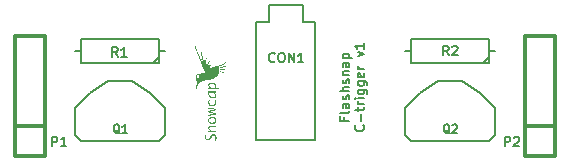
<source format=gto>
G04 (created by PCBNEW (2013-jul-07)-stable) date Thu 18 Dec 2014 01:29:44 PM EET*
%MOIN*%
G04 Gerber Fmt 3.4, Leading zero omitted, Abs format*
%FSLAX34Y34*%
G01*
G70*
G90*
G04 APERTURE LIST*
%ADD10C,0.00590551*%
%ADD11C,0.008*%
%ADD12C,0.012*%
%ADD13C,0.0001*%
%ADD14C,0.00787402*%
G04 APERTURE END LIST*
G54D10*
X87462Y-55704D02*
X87462Y-55809D01*
X87627Y-55809D02*
X87312Y-55809D01*
X87312Y-55659D01*
X87627Y-55494D02*
X87612Y-55524D01*
X87582Y-55539D01*
X87312Y-55539D01*
X87627Y-55239D02*
X87462Y-55239D01*
X87432Y-55254D01*
X87417Y-55284D01*
X87417Y-55344D01*
X87432Y-55374D01*
X87612Y-55239D02*
X87627Y-55269D01*
X87627Y-55344D01*
X87612Y-55374D01*
X87582Y-55389D01*
X87552Y-55389D01*
X87522Y-55374D01*
X87507Y-55344D01*
X87507Y-55269D01*
X87492Y-55239D01*
X87612Y-55104D02*
X87627Y-55074D01*
X87627Y-55014D01*
X87612Y-54984D01*
X87582Y-54969D01*
X87567Y-54969D01*
X87537Y-54984D01*
X87522Y-55014D01*
X87522Y-55059D01*
X87507Y-55089D01*
X87477Y-55104D01*
X87462Y-55104D01*
X87432Y-55089D01*
X87417Y-55059D01*
X87417Y-55014D01*
X87432Y-54984D01*
X87627Y-54834D02*
X87312Y-54834D01*
X87627Y-54700D02*
X87462Y-54700D01*
X87432Y-54714D01*
X87417Y-54744D01*
X87417Y-54789D01*
X87432Y-54819D01*
X87447Y-54834D01*
X87612Y-54565D02*
X87627Y-54535D01*
X87627Y-54475D01*
X87612Y-54445D01*
X87582Y-54430D01*
X87567Y-54430D01*
X87537Y-54445D01*
X87522Y-54475D01*
X87522Y-54520D01*
X87507Y-54550D01*
X87477Y-54565D01*
X87462Y-54565D01*
X87432Y-54550D01*
X87417Y-54520D01*
X87417Y-54475D01*
X87432Y-54445D01*
X87417Y-54295D02*
X87627Y-54295D01*
X87447Y-54295D02*
X87432Y-54280D01*
X87417Y-54250D01*
X87417Y-54205D01*
X87432Y-54175D01*
X87462Y-54160D01*
X87627Y-54160D01*
X87627Y-53875D02*
X87462Y-53875D01*
X87432Y-53890D01*
X87417Y-53920D01*
X87417Y-53980D01*
X87432Y-54010D01*
X87612Y-53875D02*
X87627Y-53905D01*
X87627Y-53980D01*
X87612Y-54010D01*
X87582Y-54025D01*
X87552Y-54025D01*
X87522Y-54010D01*
X87507Y-53980D01*
X87507Y-53905D01*
X87492Y-53875D01*
X87417Y-53725D02*
X87732Y-53725D01*
X87432Y-53725D02*
X87417Y-53695D01*
X87417Y-53635D01*
X87432Y-53605D01*
X87447Y-53590D01*
X87477Y-53575D01*
X87567Y-53575D01*
X87597Y-53590D01*
X87612Y-53605D01*
X87627Y-53635D01*
X87627Y-53695D01*
X87612Y-53725D01*
X88097Y-55967D02*
X88112Y-55982D01*
X88127Y-56027D01*
X88127Y-56057D01*
X88112Y-56102D01*
X88082Y-56132D01*
X88052Y-56147D01*
X87992Y-56162D01*
X87947Y-56162D01*
X87887Y-56147D01*
X87857Y-56132D01*
X87827Y-56102D01*
X87812Y-56057D01*
X87812Y-56027D01*
X87827Y-55982D01*
X87842Y-55967D01*
X88007Y-55832D02*
X88007Y-55592D01*
X87917Y-55487D02*
X87917Y-55367D01*
X87812Y-55442D02*
X88082Y-55442D01*
X88112Y-55427D01*
X88127Y-55397D01*
X88127Y-55367D01*
X88127Y-55262D02*
X87917Y-55262D01*
X87977Y-55262D02*
X87947Y-55247D01*
X87932Y-55232D01*
X87917Y-55202D01*
X87917Y-55172D01*
X88127Y-55067D02*
X87917Y-55067D01*
X87812Y-55067D02*
X87827Y-55082D01*
X87842Y-55067D01*
X87827Y-55052D01*
X87812Y-55067D01*
X87842Y-55067D01*
X87917Y-54782D02*
X88172Y-54782D01*
X88202Y-54797D01*
X88217Y-54812D01*
X88232Y-54842D01*
X88232Y-54887D01*
X88217Y-54917D01*
X88112Y-54782D02*
X88127Y-54812D01*
X88127Y-54872D01*
X88112Y-54902D01*
X88097Y-54917D01*
X88067Y-54932D01*
X87977Y-54932D01*
X87947Y-54917D01*
X87932Y-54902D01*
X87917Y-54872D01*
X87917Y-54812D01*
X87932Y-54782D01*
X87917Y-54497D02*
X88172Y-54497D01*
X88202Y-54512D01*
X88217Y-54527D01*
X88232Y-54557D01*
X88232Y-54602D01*
X88217Y-54632D01*
X88112Y-54497D02*
X88127Y-54527D01*
X88127Y-54587D01*
X88112Y-54617D01*
X88097Y-54632D01*
X88067Y-54647D01*
X87977Y-54647D01*
X87947Y-54632D01*
X87932Y-54617D01*
X87917Y-54587D01*
X87917Y-54527D01*
X87932Y-54497D01*
X88112Y-54227D02*
X88127Y-54257D01*
X88127Y-54317D01*
X88112Y-54347D01*
X88082Y-54362D01*
X87962Y-54362D01*
X87932Y-54347D01*
X87917Y-54317D01*
X87917Y-54257D01*
X87932Y-54227D01*
X87962Y-54212D01*
X87992Y-54212D01*
X88022Y-54362D01*
X88127Y-54077D02*
X87917Y-54077D01*
X87977Y-54077D02*
X87947Y-54062D01*
X87932Y-54047D01*
X87917Y-54017D01*
X87917Y-53987D01*
X87917Y-53672D02*
X88127Y-53597D01*
X87917Y-53522D01*
X88127Y-53237D02*
X88127Y-53417D01*
X88127Y-53327D02*
X87812Y-53327D01*
X87857Y-53357D01*
X87887Y-53387D01*
X87902Y-53417D01*
X84515Y-56468D02*
X84515Y-52531D01*
X86090Y-52531D02*
X86090Y-51940D01*
X86090Y-51940D02*
X84948Y-51940D01*
X84515Y-52531D02*
X84948Y-52531D01*
X84948Y-52531D02*
X84948Y-51940D01*
X86484Y-56468D02*
X86484Y-52531D01*
X86484Y-52531D02*
X86090Y-52531D01*
X86484Y-56468D02*
X84515Y-56468D01*
X81500Y-56300D02*
X81500Y-55400D01*
X81500Y-55400D02*
X81000Y-54900D01*
X81000Y-54900D02*
X80400Y-54500D01*
X80400Y-54500D02*
X79600Y-54500D01*
X79600Y-54500D02*
X79000Y-54900D01*
X79000Y-54900D02*
X78500Y-55400D01*
X78500Y-55400D02*
X78500Y-56300D01*
X78500Y-56300D02*
X78700Y-56500D01*
X78700Y-56500D02*
X80000Y-56500D01*
X80000Y-56500D02*
X81300Y-56500D01*
X81300Y-56500D02*
X81500Y-56300D01*
X92500Y-56300D02*
X92500Y-55400D01*
X92500Y-55400D02*
X92000Y-54900D01*
X92000Y-54900D02*
X91400Y-54500D01*
X91400Y-54500D02*
X90600Y-54500D01*
X90600Y-54500D02*
X90000Y-54900D01*
X90000Y-54900D02*
X89500Y-55400D01*
X89500Y-55400D02*
X89500Y-56300D01*
X89500Y-56300D02*
X89700Y-56500D01*
X89700Y-56500D02*
X91000Y-56500D01*
X91000Y-56500D02*
X92300Y-56500D01*
X92300Y-56500D02*
X92500Y-56300D01*
G54D11*
X92500Y-53500D02*
X92300Y-53500D01*
X89500Y-53500D02*
X89700Y-53500D01*
X89700Y-53500D02*
X89700Y-53900D01*
X89700Y-53900D02*
X92300Y-53900D01*
X92300Y-53900D02*
X92300Y-53100D01*
X92300Y-53100D02*
X89700Y-53100D01*
X89700Y-53100D02*
X89700Y-53500D01*
X92300Y-53700D02*
X92100Y-53900D01*
X81500Y-53500D02*
X81300Y-53500D01*
X78500Y-53500D02*
X78700Y-53500D01*
X78700Y-53500D02*
X78700Y-53900D01*
X78700Y-53900D02*
X81300Y-53900D01*
X81300Y-53900D02*
X81300Y-53100D01*
X81300Y-53100D02*
X78700Y-53100D01*
X78700Y-53100D02*
X78700Y-53500D01*
X81300Y-53700D02*
X81100Y-53900D01*
G54D12*
X76500Y-57000D02*
X76500Y-57000D01*
X77500Y-57000D02*
X76500Y-57000D01*
X76500Y-57000D02*
X76500Y-57000D01*
X76500Y-57000D02*
X76500Y-53000D01*
X76500Y-53000D02*
X77500Y-53000D01*
X77500Y-53000D02*
X77500Y-57000D01*
X77500Y-56000D02*
X76500Y-56000D01*
X93500Y-57000D02*
X93500Y-57000D01*
X94500Y-57000D02*
X93500Y-57000D01*
X93500Y-57000D02*
X93500Y-57000D01*
X93500Y-57000D02*
X93500Y-53000D01*
X93500Y-53000D02*
X94500Y-53000D01*
X94500Y-53000D02*
X94500Y-57000D01*
X94500Y-56000D02*
X93500Y-56000D01*
G54D13*
G36*
X83513Y-53849D02*
X83517Y-53850D01*
X83520Y-53853D01*
X83524Y-53857D01*
X83526Y-53862D01*
X83525Y-53866D01*
X83525Y-53869D01*
X83523Y-53872D01*
X83520Y-53875D01*
X83515Y-53879D01*
X83509Y-53884D01*
X83501Y-53890D01*
X83463Y-53916D01*
X83423Y-53940D01*
X83381Y-53963D01*
X83342Y-53982D01*
X83331Y-53986D01*
X83324Y-53990D01*
X83318Y-53992D01*
X83313Y-53993D01*
X83310Y-53993D01*
X83307Y-53993D01*
X83304Y-53992D01*
X83304Y-53992D01*
X83300Y-53989D01*
X83297Y-53984D01*
X83296Y-53979D01*
X83296Y-53976D01*
X83297Y-53973D01*
X83299Y-53970D01*
X83302Y-53967D01*
X83307Y-53964D01*
X83314Y-53961D01*
X83324Y-53956D01*
X83327Y-53955D01*
X83355Y-53942D01*
X83383Y-53928D01*
X83411Y-53912D01*
X83438Y-53896D01*
X83463Y-53879D01*
X83486Y-53863D01*
X83489Y-53861D01*
X83497Y-53855D01*
X83504Y-53851D01*
X83509Y-53849D01*
X83513Y-53849D01*
X83513Y-53849D01*
X83513Y-53849D01*
G37*
G36*
X83499Y-53979D02*
X83505Y-53981D01*
X83509Y-53984D01*
X83512Y-53990D01*
X83513Y-53995D01*
X83511Y-54001D01*
X83510Y-54003D01*
X83507Y-54005D01*
X83503Y-54008D01*
X83501Y-54008D01*
X83498Y-54009D01*
X83493Y-54011D01*
X83485Y-54014D01*
X83475Y-54017D01*
X83464Y-54020D01*
X83452Y-54024D01*
X83438Y-54028D01*
X83425Y-54032D01*
X83411Y-54036D01*
X83397Y-54041D01*
X83384Y-54045D01*
X83371Y-54048D01*
X83360Y-54052D01*
X83351Y-54054D01*
X83343Y-54057D01*
X83338Y-54058D01*
X83335Y-54059D01*
X83331Y-54059D01*
X83328Y-54058D01*
X83322Y-54054D01*
X83319Y-54048D01*
X83319Y-54043D01*
X83320Y-54037D01*
X83325Y-54033D01*
X83328Y-54031D01*
X83331Y-54029D01*
X83337Y-54027D01*
X83345Y-54025D01*
X83355Y-54022D01*
X83367Y-54018D01*
X83380Y-54014D01*
X83393Y-54010D01*
X83407Y-54006D01*
X83421Y-54001D01*
X83435Y-53997D01*
X83449Y-53993D01*
X83461Y-53990D01*
X83473Y-53986D01*
X83482Y-53984D01*
X83490Y-53982D01*
X83496Y-53980D01*
X83499Y-53979D01*
X83499Y-53979D01*
X83499Y-53979D01*
X83499Y-53979D01*
G37*
G36*
X83463Y-54087D02*
X83468Y-54087D01*
X83471Y-54087D01*
X83473Y-54088D01*
X83475Y-54088D01*
X83476Y-54089D01*
X83478Y-54091D01*
X83478Y-54091D01*
X83482Y-54097D01*
X83482Y-54103D01*
X83480Y-54108D01*
X83478Y-54110D01*
X83474Y-54114D01*
X83469Y-54116D01*
X83468Y-54116D01*
X83465Y-54116D01*
X83460Y-54117D01*
X83452Y-54118D01*
X83442Y-54119D01*
X83431Y-54120D01*
X83418Y-54121D01*
X83404Y-54123D01*
X83401Y-54123D01*
X83385Y-54125D01*
X83372Y-54126D01*
X83362Y-54127D01*
X83354Y-54127D01*
X83348Y-54128D01*
X83343Y-54128D01*
X83340Y-54128D01*
X83337Y-54128D01*
X83336Y-54128D01*
X83334Y-54127D01*
X83333Y-54126D01*
X83328Y-54122D01*
X83325Y-54117D01*
X83325Y-54111D01*
X83328Y-54106D01*
X83332Y-54102D01*
X83334Y-54101D01*
X83338Y-54100D01*
X83344Y-54099D01*
X83353Y-54098D01*
X83365Y-54096D01*
X83379Y-54095D01*
X83396Y-54093D01*
X83396Y-54093D01*
X83413Y-54091D01*
X83428Y-54089D01*
X83440Y-54088D01*
X83450Y-54087D01*
X83457Y-54087D01*
X83463Y-54087D01*
X83463Y-54087D01*
X83463Y-54087D01*
G37*
G36*
X83338Y-54169D02*
X83346Y-54169D01*
X83357Y-54170D01*
X83369Y-54171D01*
X83382Y-54173D01*
X83393Y-54175D01*
X83403Y-54178D01*
X83405Y-54178D01*
X83417Y-54182D01*
X83428Y-54186D01*
X83438Y-54190D01*
X83445Y-54194D01*
X83450Y-54198D01*
X83451Y-54200D01*
X83452Y-54206D01*
X83451Y-54212D01*
X83449Y-54216D01*
X83445Y-54220D01*
X83440Y-54222D01*
X83434Y-54221D01*
X83426Y-54218D01*
X83424Y-54217D01*
X83411Y-54212D01*
X83396Y-54207D01*
X83380Y-54204D01*
X83360Y-54201D01*
X83339Y-54199D01*
X83332Y-54198D01*
X83327Y-54197D01*
X83323Y-54196D01*
X83321Y-54195D01*
X83319Y-54193D01*
X83319Y-54193D01*
X83316Y-54187D01*
X83316Y-54181D01*
X83318Y-54175D01*
X83320Y-54173D01*
X83322Y-54171D01*
X83325Y-54170D01*
X83328Y-54169D01*
X83333Y-54169D01*
X83338Y-54169D01*
X83338Y-54169D01*
X83338Y-54169D01*
G37*
G36*
X82491Y-53326D02*
X82496Y-53327D01*
X82501Y-53330D01*
X82502Y-53330D01*
X82503Y-53333D01*
X82505Y-53338D01*
X82509Y-53345D01*
X82512Y-53353D01*
X82516Y-53362D01*
X82517Y-53365D01*
X82520Y-53372D01*
X82524Y-53381D01*
X82529Y-53393D01*
X82535Y-53407D01*
X82541Y-53422D01*
X82547Y-53438D01*
X82555Y-53455D01*
X82562Y-53472D01*
X82569Y-53490D01*
X82570Y-53493D01*
X82584Y-53528D01*
X82599Y-53563D01*
X82614Y-53599D01*
X82628Y-53635D01*
X82642Y-53670D01*
X82656Y-53705D01*
X82669Y-53738D01*
X82682Y-53770D01*
X82693Y-53799D01*
X82694Y-53802D01*
X82699Y-53814D01*
X82703Y-53825D01*
X82707Y-53835D01*
X82710Y-53843D01*
X82712Y-53849D01*
X82714Y-53853D01*
X82714Y-53854D01*
X82715Y-53856D01*
X82717Y-53857D01*
X82721Y-53858D01*
X82727Y-53859D01*
X82734Y-53860D01*
X82741Y-53861D01*
X82747Y-53862D01*
X82752Y-53862D01*
X82753Y-53862D01*
X82753Y-53861D01*
X82752Y-53856D01*
X82750Y-53849D01*
X82748Y-53840D01*
X82746Y-53828D01*
X82743Y-53814D01*
X82740Y-53798D01*
X82736Y-53781D01*
X82732Y-53762D01*
X82727Y-53742D01*
X82723Y-53721D01*
X82720Y-53707D01*
X82715Y-53685D01*
X82711Y-53664D01*
X82706Y-53644D01*
X82702Y-53625D01*
X82699Y-53608D01*
X82695Y-53592D01*
X82693Y-53579D01*
X82690Y-53567D01*
X82688Y-53557D01*
X82687Y-53550D01*
X82686Y-53546D01*
X82686Y-53545D01*
X82687Y-53538D01*
X82691Y-53534D01*
X82696Y-53531D01*
X82700Y-53530D01*
X82706Y-53531D01*
X82711Y-53535D01*
X82713Y-53538D01*
X82714Y-53540D01*
X82715Y-53545D01*
X82717Y-53553D01*
X82719Y-53563D01*
X82722Y-53575D01*
X82725Y-53589D01*
X82729Y-53606D01*
X82733Y-53624D01*
X82737Y-53643D01*
X82741Y-53663D01*
X82746Y-53685D01*
X82751Y-53707D01*
X82786Y-53871D01*
X82802Y-53876D01*
X82810Y-53879D01*
X82816Y-53881D01*
X82820Y-53883D01*
X82822Y-53883D01*
X82823Y-53883D01*
X82823Y-53882D01*
X82823Y-53882D01*
X82823Y-53879D01*
X82824Y-53874D01*
X82825Y-53866D01*
X82826Y-53857D01*
X82828Y-53845D01*
X82829Y-53833D01*
X82831Y-53820D01*
X82833Y-53806D01*
X82835Y-53792D01*
X82837Y-53778D01*
X82839Y-53765D01*
X82840Y-53753D01*
X82842Y-53742D01*
X82843Y-53733D01*
X82844Y-53727D01*
X82845Y-53722D01*
X82846Y-53720D01*
X82849Y-53715D01*
X82855Y-53712D01*
X82861Y-53712D01*
X82868Y-53714D01*
X82872Y-53719D01*
X82874Y-53725D01*
X82874Y-53726D01*
X82873Y-53728D01*
X82873Y-53734D01*
X82872Y-53742D01*
X82871Y-53752D01*
X82869Y-53764D01*
X82867Y-53777D01*
X82866Y-53792D01*
X82863Y-53808D01*
X82863Y-53815D01*
X82860Y-53831D01*
X82859Y-53845D01*
X82857Y-53859D01*
X82855Y-53871D01*
X82854Y-53881D01*
X82853Y-53890D01*
X82853Y-53895D01*
X82853Y-53898D01*
X82853Y-53899D01*
X82854Y-53900D01*
X82858Y-53902D01*
X82864Y-53905D01*
X82871Y-53909D01*
X82875Y-53912D01*
X82896Y-53924D01*
X82927Y-53878D01*
X82934Y-53867D01*
X82941Y-53857D01*
X82947Y-53848D01*
X82953Y-53840D01*
X82957Y-53835D01*
X82960Y-53831D01*
X82962Y-53829D01*
X82968Y-53827D01*
X82974Y-53827D01*
X82979Y-53831D01*
X82979Y-53831D01*
X82982Y-53833D01*
X82983Y-53836D01*
X82984Y-53838D01*
X82984Y-53841D01*
X82983Y-53845D01*
X82981Y-53849D01*
X82978Y-53855D01*
X82973Y-53863D01*
X82967Y-53872D01*
X82960Y-53884D01*
X82953Y-53893D01*
X82946Y-53904D01*
X82940Y-53914D01*
X82934Y-53923D01*
X82929Y-53930D01*
X82925Y-53936D01*
X82923Y-53940D01*
X82923Y-53941D01*
X82924Y-53942D01*
X82927Y-53945D01*
X82931Y-53950D01*
X82933Y-53952D01*
X82938Y-53957D01*
X82943Y-53962D01*
X82949Y-53969D01*
X82953Y-53974D01*
X82957Y-53979D01*
X82958Y-53981D01*
X82959Y-53980D01*
X82963Y-53978D01*
X82969Y-53974D01*
X82976Y-53970D01*
X82985Y-53964D01*
X82995Y-53958D01*
X83004Y-53953D01*
X83017Y-53945D01*
X83028Y-53939D01*
X83037Y-53933D01*
X83044Y-53930D01*
X83050Y-53927D01*
X83054Y-53926D01*
X83057Y-53925D01*
X83060Y-53926D01*
X83062Y-53927D01*
X83064Y-53929D01*
X83065Y-53930D01*
X83069Y-53936D01*
X83069Y-53942D01*
X83067Y-53947D01*
X83064Y-53950D01*
X83062Y-53952D01*
X83057Y-53956D01*
X83050Y-53960D01*
X83042Y-53966D01*
X83032Y-53972D01*
X83021Y-53978D01*
X83017Y-53981D01*
X83007Y-53987D01*
X82997Y-53993D01*
X82989Y-53998D01*
X82982Y-54002D01*
X82977Y-54005D01*
X82975Y-54007D01*
X82975Y-54007D01*
X82975Y-54009D01*
X82977Y-54012D01*
X82981Y-54018D01*
X82985Y-54024D01*
X82987Y-54028D01*
X83000Y-54049D01*
X83009Y-54045D01*
X83044Y-54030D01*
X83081Y-54018D01*
X83119Y-54007D01*
X83138Y-54002D01*
X83157Y-53999D01*
X83176Y-53996D01*
X83196Y-53993D01*
X83216Y-53992D01*
X83234Y-53991D01*
X83250Y-53991D01*
X83266Y-53991D01*
X83274Y-53998D01*
X83279Y-54004D01*
X83284Y-54010D01*
X83287Y-54017D01*
X83290Y-54026D01*
X83293Y-54036D01*
X83298Y-54056D01*
X83301Y-54074D01*
X83302Y-54091D01*
X83303Y-54110D01*
X83301Y-54130D01*
X83301Y-54135D01*
X83300Y-54150D01*
X83298Y-54163D01*
X83296Y-54174D01*
X83294Y-54184D01*
X83291Y-54194D01*
X83287Y-54204D01*
X83283Y-54216D01*
X83281Y-54220D01*
X83270Y-54244D01*
X83257Y-54266D01*
X83252Y-54272D01*
X82605Y-54272D01*
X82599Y-54273D01*
X82587Y-54276D01*
X82577Y-54281D01*
X82571Y-54285D01*
X82565Y-54292D01*
X82560Y-54302D01*
X82556Y-54312D01*
X82553Y-54323D01*
X82551Y-54331D01*
X82551Y-54341D01*
X82550Y-54352D01*
X82550Y-54364D01*
X82550Y-54377D01*
X82551Y-54389D01*
X82552Y-54400D01*
X82553Y-54407D01*
X82555Y-54421D01*
X82558Y-54436D01*
X82562Y-54452D01*
X82567Y-54469D01*
X82572Y-54486D01*
X82577Y-54502D01*
X82582Y-54516D01*
X82583Y-54520D01*
X82589Y-54535D01*
X82590Y-54527D01*
X82592Y-54518D01*
X82593Y-54507D01*
X82594Y-54494D01*
X82596Y-54480D01*
X82597Y-54466D01*
X82598Y-54453D01*
X82599Y-54440D01*
X82600Y-54428D01*
X82601Y-54419D01*
X82601Y-54412D01*
X82601Y-54412D01*
X82601Y-54399D01*
X82605Y-54405D01*
X82610Y-54410D01*
X82615Y-54412D01*
X82621Y-54411D01*
X82622Y-54411D01*
X82627Y-54408D01*
X82630Y-54403D01*
X82634Y-54395D01*
X82635Y-54392D01*
X82636Y-54385D01*
X82637Y-54377D01*
X82636Y-54369D01*
X82635Y-54362D01*
X82633Y-54356D01*
X82633Y-54356D01*
X82628Y-54350D01*
X82623Y-54347D01*
X82617Y-54347D01*
X82612Y-54350D01*
X82610Y-54351D01*
X82609Y-54353D01*
X82608Y-54353D01*
X82608Y-54353D01*
X82608Y-54350D01*
X82609Y-54344D01*
X82610Y-54339D01*
X82611Y-54331D01*
X82612Y-54322D01*
X82613Y-54312D01*
X82613Y-54308D01*
X82614Y-54300D01*
X82614Y-54294D01*
X82613Y-54291D01*
X82612Y-54287D01*
X82611Y-54284D01*
X82610Y-54281D01*
X82605Y-54272D01*
X83252Y-54272D01*
X83242Y-54287D01*
X83225Y-54308D01*
X83212Y-54322D01*
X83194Y-54339D01*
X83178Y-54354D01*
X83161Y-54368D01*
X83143Y-54380D01*
X83125Y-54391D01*
X83105Y-54401D01*
X83083Y-54411D01*
X83062Y-54420D01*
X83050Y-54424D01*
X83040Y-54428D01*
X83029Y-54431D01*
X83018Y-54434D01*
X83006Y-54437D01*
X82992Y-54440D01*
X82977Y-54443D01*
X82960Y-54446D01*
X82940Y-54449D01*
X82931Y-54451D01*
X82900Y-54456D01*
X82872Y-54461D01*
X82846Y-54466D01*
X82822Y-54471D01*
X82800Y-54476D01*
X82780Y-54482D01*
X82761Y-54488D01*
X82742Y-54495D01*
X82724Y-54502D01*
X82706Y-54510D01*
X82692Y-54517D01*
X82685Y-54521D01*
X82677Y-54526D01*
X82667Y-54532D01*
X82658Y-54538D01*
X82648Y-54545D01*
X82638Y-54552D01*
X82630Y-54559D01*
X82622Y-54564D01*
X82617Y-54569D01*
X82614Y-54573D01*
X82614Y-54573D01*
X82604Y-54587D01*
X82594Y-54603D01*
X82584Y-54622D01*
X82574Y-54642D01*
X82565Y-54662D01*
X82556Y-54683D01*
X82548Y-54703D01*
X82542Y-54723D01*
X82541Y-54725D01*
X82536Y-54743D01*
X82532Y-54759D01*
X82528Y-54773D01*
X82526Y-54786D01*
X82523Y-54800D01*
X82522Y-54813D01*
X82520Y-54827D01*
X82520Y-54836D01*
X82519Y-54843D01*
X82519Y-54847D01*
X82518Y-54850D01*
X82517Y-54851D01*
X82516Y-54851D01*
X82514Y-54851D01*
X82513Y-54849D01*
X82512Y-54847D01*
X82512Y-54843D01*
X82511Y-54837D01*
X82511Y-54829D01*
X82512Y-54819D01*
X82512Y-54806D01*
X82512Y-54792D01*
X82514Y-54760D01*
X82516Y-54732D01*
X82519Y-54706D01*
X82522Y-54681D01*
X82526Y-54659D01*
X82530Y-54638D01*
X82536Y-54617D01*
X82542Y-54598D01*
X82550Y-54578D01*
X82553Y-54570D01*
X82556Y-54562D01*
X82559Y-54556D01*
X82561Y-54551D01*
X82561Y-54547D01*
X82561Y-54547D01*
X82560Y-54545D01*
X82558Y-54540D01*
X82556Y-54534D01*
X82555Y-54530D01*
X82550Y-54517D01*
X82545Y-54501D01*
X82540Y-54484D01*
X82535Y-54467D01*
X82531Y-54450D01*
X82527Y-54434D01*
X82524Y-54419D01*
X82523Y-54413D01*
X82521Y-54400D01*
X82520Y-54385D01*
X82520Y-54370D01*
X82519Y-54355D01*
X82520Y-54342D01*
X82521Y-54335D01*
X82524Y-54315D01*
X82529Y-54297D01*
X82536Y-54282D01*
X82545Y-54269D01*
X82555Y-54259D01*
X82567Y-54251D01*
X82573Y-54249D01*
X82578Y-54247D01*
X82583Y-54246D01*
X82590Y-54244D01*
X82598Y-54243D01*
X82607Y-54242D01*
X82618Y-54241D01*
X82632Y-54240D01*
X82648Y-54240D01*
X82666Y-54239D01*
X82670Y-54239D01*
X82692Y-54238D01*
X82712Y-54237D01*
X82729Y-54236D01*
X82744Y-54234D01*
X82757Y-54233D01*
X82768Y-54231D01*
X82777Y-54229D01*
X82785Y-54227D01*
X82792Y-54225D01*
X82798Y-54222D01*
X82798Y-54222D01*
X82801Y-54221D01*
X82803Y-54219D01*
X82806Y-54217D01*
X82809Y-54213D01*
X82812Y-54209D01*
X82818Y-54202D01*
X82822Y-54196D01*
X82835Y-54180D01*
X82828Y-54170D01*
X82820Y-54160D01*
X82811Y-54147D01*
X82802Y-54132D01*
X82792Y-54115D01*
X82781Y-54096D01*
X82771Y-54077D01*
X82761Y-54058D01*
X82752Y-54039D01*
X82743Y-54020D01*
X82738Y-54008D01*
X82732Y-53994D01*
X82726Y-53979D01*
X82719Y-53963D01*
X82713Y-53946D01*
X82707Y-53930D01*
X82701Y-53914D01*
X82696Y-53899D01*
X82692Y-53886D01*
X82689Y-53876D01*
X82689Y-53875D01*
X82686Y-53868D01*
X82683Y-53859D01*
X82679Y-53846D01*
X82673Y-53831D01*
X82666Y-53814D01*
X82659Y-53794D01*
X82650Y-53772D01*
X82641Y-53748D01*
X82630Y-53722D01*
X82619Y-53694D01*
X82607Y-53664D01*
X82595Y-53633D01*
X82581Y-53600D01*
X82567Y-53566D01*
X82553Y-53530D01*
X82538Y-53493D01*
X82522Y-53456D01*
X82506Y-53417D01*
X82492Y-53384D01*
X82487Y-53372D01*
X82483Y-53362D01*
X82480Y-53354D01*
X82478Y-53349D01*
X82477Y-53344D01*
X82476Y-53341D01*
X82476Y-53339D01*
X82476Y-53337D01*
X82477Y-53335D01*
X82477Y-53335D01*
X82480Y-53330D01*
X82485Y-53327D01*
X82491Y-53326D01*
X82491Y-53326D01*
X82491Y-53326D01*
G37*
G36*
X83040Y-54541D02*
X83062Y-54542D01*
X83082Y-54545D01*
X83100Y-54550D01*
X83118Y-54557D01*
X83122Y-54559D01*
X83141Y-54570D01*
X83158Y-54583D01*
X83163Y-54588D01*
X83054Y-54588D01*
X83036Y-54588D01*
X83020Y-54590D01*
X83006Y-54594D01*
X82993Y-54599D01*
X82983Y-54606D01*
X82976Y-54614D01*
X82971Y-54623D01*
X82969Y-54633D01*
X82969Y-54643D01*
X82973Y-54654D01*
X82979Y-54666D01*
X82987Y-54678D01*
X82997Y-54689D01*
X83010Y-54701D01*
X83025Y-54712D01*
X83027Y-54713D01*
X83042Y-54723D01*
X83099Y-54723D01*
X83156Y-54723D01*
X83158Y-54711D01*
X83160Y-54701D01*
X83161Y-54690D01*
X83161Y-54679D01*
X83160Y-54669D01*
X83159Y-54661D01*
X83159Y-54659D01*
X83155Y-54648D01*
X83150Y-54638D01*
X83143Y-54629D01*
X83135Y-54620D01*
X83123Y-54610D01*
X83111Y-54601D01*
X83097Y-54595D01*
X83081Y-54591D01*
X83063Y-54589D01*
X83054Y-54588D01*
X83163Y-54588D01*
X83171Y-54597D01*
X83182Y-54612D01*
X83190Y-54629D01*
X83195Y-54648D01*
X83196Y-54650D01*
X83196Y-54655D01*
X83197Y-54663D01*
X83197Y-54672D01*
X83197Y-54682D01*
X83197Y-54693D01*
X83196Y-54702D01*
X83196Y-54711D01*
X83195Y-54717D01*
X83195Y-54719D01*
X83194Y-54723D01*
X83244Y-54723D01*
X83295Y-54723D01*
X83295Y-54745D01*
X83295Y-54767D01*
X83114Y-54767D01*
X82933Y-54767D01*
X82934Y-54746D01*
X82934Y-54724D01*
X82962Y-54724D01*
X82990Y-54723D01*
X82977Y-54713D01*
X82962Y-54700D01*
X82949Y-54684D01*
X82939Y-54668D01*
X82934Y-54656D01*
X82930Y-54645D01*
X82928Y-54635D01*
X82928Y-54624D01*
X82928Y-54620D01*
X82929Y-54607D01*
X82934Y-54596D01*
X82940Y-54584D01*
X82950Y-54573D01*
X82950Y-54572D01*
X82956Y-54566D01*
X82962Y-54561D01*
X82969Y-54557D01*
X82975Y-54554D01*
X82986Y-54549D01*
X82997Y-54546D01*
X83009Y-54543D01*
X83022Y-54542D01*
X83037Y-54541D01*
X83040Y-54541D01*
X83040Y-54541D01*
X83040Y-54541D01*
G37*
G36*
X83099Y-56257D02*
X83116Y-56257D01*
X83132Y-56261D01*
X83146Y-56266D01*
X83161Y-56274D01*
X83173Y-56286D01*
X83184Y-56299D01*
X83193Y-56314D01*
X83199Y-56332D01*
X83201Y-56341D01*
X83202Y-56349D01*
X83203Y-56360D01*
X83204Y-56371D01*
X83204Y-56383D01*
X83204Y-56395D01*
X83204Y-56405D01*
X83203Y-56412D01*
X83201Y-56426D01*
X83198Y-56441D01*
X83193Y-56456D01*
X83191Y-56462D01*
X83187Y-56475D01*
X83164Y-56476D01*
X83142Y-56476D01*
X83149Y-56462D01*
X83155Y-56446D01*
X83160Y-56428D01*
X83164Y-56411D01*
X83167Y-56395D01*
X83169Y-56380D01*
X83169Y-56376D01*
X83168Y-56364D01*
X83165Y-56352D01*
X83162Y-56340D01*
X83157Y-56330D01*
X83151Y-56322D01*
X83150Y-56321D01*
X83141Y-56313D01*
X83130Y-56307D01*
X83118Y-56304D01*
X83106Y-56303D01*
X83105Y-56303D01*
X83097Y-56305D01*
X83089Y-56307D01*
X83082Y-56311D01*
X83074Y-56316D01*
X83067Y-56324D01*
X83059Y-56333D01*
X83051Y-56344D01*
X83042Y-56357D01*
X83032Y-56374D01*
X83025Y-56386D01*
X83018Y-56399D01*
X83011Y-56409D01*
X83006Y-56418D01*
X83001Y-56425D01*
X82996Y-56432D01*
X82991Y-56437D01*
X82986Y-56443D01*
X82985Y-56443D01*
X82971Y-56455D01*
X82957Y-56464D01*
X82941Y-56469D01*
X82925Y-56472D01*
X82919Y-56472D01*
X82901Y-56471D01*
X82886Y-56467D01*
X82872Y-56461D01*
X82859Y-56452D01*
X82853Y-56446D01*
X82844Y-56435D01*
X82836Y-56425D01*
X82831Y-56412D01*
X82827Y-56399D01*
X82824Y-56382D01*
X82823Y-56374D01*
X82822Y-56361D01*
X82823Y-56347D01*
X82824Y-56333D01*
X82825Y-56318D01*
X82827Y-56305D01*
X82830Y-56293D01*
X82833Y-56285D01*
X82834Y-56281D01*
X82853Y-56281D01*
X82860Y-56281D01*
X82866Y-56281D01*
X82871Y-56281D01*
X82872Y-56281D01*
X82872Y-56283D01*
X82871Y-56287D01*
X82870Y-56293D01*
X82869Y-56296D01*
X82863Y-56316D01*
X82860Y-56338D01*
X82859Y-56349D01*
X82859Y-56367D01*
X82861Y-56382D01*
X82866Y-56395D01*
X82874Y-56407D01*
X82878Y-56411D01*
X82885Y-56418D01*
X82893Y-56422D01*
X82902Y-56424D01*
X82913Y-56425D01*
X82920Y-56425D01*
X82927Y-56424D01*
X82933Y-56422D01*
X82939Y-56419D01*
X82945Y-56415D01*
X82951Y-56409D01*
X82957Y-56402D01*
X82964Y-56392D01*
X82972Y-56381D01*
X82981Y-56367D01*
X82991Y-56351D01*
X82993Y-56346D01*
X83003Y-56331D01*
X83011Y-56318D01*
X83018Y-56308D01*
X83024Y-56299D01*
X83030Y-56292D01*
X83035Y-56286D01*
X83041Y-56281D01*
X83046Y-56276D01*
X83053Y-56272D01*
X83054Y-56271D01*
X83068Y-56264D01*
X83083Y-56259D01*
X83099Y-56257D01*
X83099Y-56257D01*
X83099Y-56257D01*
G37*
G36*
X83075Y-55678D02*
X83090Y-55679D01*
X83103Y-55681D01*
X83115Y-55684D01*
X83127Y-55688D01*
X83145Y-55698D01*
X83161Y-55709D01*
X83174Y-55723D01*
X83175Y-55724D01*
X83062Y-55724D01*
X83043Y-55725D01*
X83026Y-55728D01*
X83010Y-55733D01*
X82996Y-55740D01*
X82986Y-55748D01*
X82976Y-55758D01*
X82970Y-55768D01*
X82965Y-55781D01*
X82964Y-55794D01*
X82964Y-55803D01*
X82964Y-55811D01*
X82965Y-55817D01*
X82966Y-55822D01*
X82969Y-55828D01*
X82969Y-55829D01*
X82977Y-55841D01*
X82987Y-55852D01*
X82999Y-55860D01*
X83015Y-55867D01*
X83023Y-55870D01*
X83028Y-55871D01*
X83033Y-55872D01*
X83038Y-55873D01*
X83044Y-55873D01*
X83052Y-55873D01*
X83062Y-55873D01*
X83064Y-55873D01*
X83077Y-55873D01*
X83087Y-55873D01*
X83096Y-55872D01*
X83104Y-55870D01*
X83111Y-55868D01*
X83119Y-55865D01*
X83125Y-55862D01*
X83138Y-55854D01*
X83149Y-55844D01*
X83157Y-55833D01*
X83162Y-55820D01*
X83165Y-55806D01*
X83165Y-55791D01*
X83164Y-55787D01*
X83160Y-55773D01*
X83154Y-55761D01*
X83145Y-55750D01*
X83133Y-55741D01*
X83120Y-55734D01*
X83103Y-55728D01*
X83085Y-55725D01*
X83081Y-55724D01*
X83062Y-55724D01*
X83175Y-55724D01*
X83185Y-55738D01*
X83193Y-55754D01*
X83199Y-55772D01*
X83201Y-55791D01*
X83201Y-55810D01*
X83198Y-55829D01*
X83192Y-55846D01*
X83184Y-55863D01*
X83173Y-55877D01*
X83160Y-55890D01*
X83144Y-55901D01*
X83126Y-55910D01*
X83107Y-55916D01*
X83102Y-55918D01*
X83096Y-55919D01*
X83091Y-55920D01*
X83084Y-55920D01*
X83077Y-55920D01*
X83066Y-55920D01*
X83065Y-55920D01*
X83054Y-55920D01*
X83046Y-55920D01*
X83039Y-55920D01*
X83033Y-55919D01*
X83028Y-55918D01*
X83023Y-55917D01*
X83005Y-55911D01*
X82987Y-55902D01*
X82971Y-55892D01*
X82957Y-55879D01*
X82946Y-55866D01*
X82944Y-55863D01*
X82937Y-55850D01*
X82932Y-55836D01*
X82929Y-55821D01*
X82927Y-55804D01*
X82928Y-55793D01*
X82929Y-55777D01*
X82931Y-55764D01*
X82935Y-55751D01*
X82941Y-55740D01*
X82943Y-55737D01*
X82951Y-55725D01*
X82962Y-55713D01*
X82975Y-55703D01*
X82989Y-55694D01*
X83003Y-55688D01*
X83012Y-55684D01*
X83020Y-55682D01*
X83028Y-55680D01*
X83036Y-55679D01*
X83046Y-55678D01*
X83058Y-55678D01*
X83059Y-55678D01*
X83075Y-55678D01*
X83075Y-55678D01*
X83075Y-55678D01*
G37*
G36*
X83186Y-55116D02*
X83188Y-55120D01*
X83189Y-55123D01*
X83190Y-55129D01*
X83192Y-55136D01*
X83193Y-55139D01*
X83198Y-55162D01*
X83200Y-55184D01*
X83201Y-55205D01*
X83200Y-55216D01*
X83198Y-55230D01*
X83194Y-55245D01*
X83188Y-55259D01*
X83183Y-55269D01*
X83173Y-55283D01*
X83161Y-55296D01*
X83148Y-55307D01*
X83133Y-55317D01*
X83130Y-55318D01*
X83113Y-55325D01*
X83095Y-55330D01*
X83076Y-55332D01*
X83056Y-55332D01*
X83037Y-55330D01*
X83019Y-55326D01*
X83002Y-55320D01*
X83001Y-55319D01*
X82984Y-55309D01*
X82969Y-55297D01*
X82955Y-55283D01*
X82944Y-55267D01*
X82936Y-55250D01*
X82931Y-55235D01*
X82928Y-55217D01*
X82927Y-55198D01*
X82929Y-55177D01*
X82932Y-55156D01*
X82937Y-55134D01*
X82938Y-55128D01*
X82942Y-55116D01*
X82962Y-55116D01*
X82971Y-55116D01*
X82976Y-55116D01*
X82980Y-55117D01*
X82982Y-55117D01*
X82982Y-55118D01*
X82982Y-55119D01*
X82981Y-55121D01*
X82979Y-55126D01*
X82977Y-55133D01*
X82975Y-55139D01*
X82972Y-55148D01*
X82969Y-55156D01*
X82967Y-55164D01*
X82966Y-55169D01*
X82964Y-55179D01*
X82964Y-55190D01*
X82964Y-55202D01*
X82964Y-55212D01*
X82966Y-55221D01*
X82966Y-55221D01*
X82971Y-55236D01*
X82979Y-55249D01*
X82990Y-55260D01*
X83003Y-55270D01*
X83017Y-55277D01*
X83033Y-55282D01*
X83051Y-55285D01*
X83062Y-55285D01*
X83076Y-55285D01*
X83088Y-55283D01*
X83100Y-55280D01*
X83111Y-55275D01*
X83126Y-55266D01*
X83138Y-55257D01*
X83148Y-55246D01*
X83155Y-55233D01*
X83157Y-55228D01*
X83158Y-55222D01*
X83160Y-55213D01*
X83160Y-55203D01*
X83161Y-55192D01*
X83161Y-55182D01*
X83160Y-55172D01*
X83160Y-55168D01*
X83158Y-55162D01*
X83157Y-55155D01*
X83154Y-55147D01*
X83152Y-55138D01*
X83149Y-55129D01*
X83147Y-55123D01*
X83146Y-55119D01*
X83146Y-55118D01*
X83147Y-55117D01*
X83149Y-55116D01*
X83154Y-55116D01*
X83161Y-55116D01*
X83166Y-55116D01*
X83186Y-55116D01*
X83186Y-55116D01*
X83186Y-55116D01*
G37*
G36*
X83192Y-54826D02*
X83193Y-54827D01*
X83194Y-54829D01*
X83194Y-54833D01*
X83194Y-54839D01*
X83194Y-54848D01*
X83194Y-54848D01*
X83194Y-54871D01*
X83178Y-54874D01*
X83169Y-54875D01*
X83160Y-54876D01*
X83152Y-54877D01*
X83150Y-54877D01*
X83144Y-54878D01*
X83139Y-54878D01*
X83137Y-54879D01*
X83137Y-54879D01*
X83137Y-54879D01*
X83086Y-54879D01*
X83030Y-54880D01*
X82972Y-54880D01*
X82970Y-54889D01*
X82969Y-54894D01*
X82968Y-54902D01*
X82968Y-54910D01*
X82967Y-54914D01*
X82967Y-54931D01*
X82970Y-54945D01*
X82974Y-54958D01*
X82982Y-54971D01*
X82992Y-54983D01*
X82993Y-54984D01*
X83005Y-54993D01*
X83017Y-55001D01*
X83030Y-55007D01*
X83044Y-55011D01*
X83053Y-55013D01*
X83065Y-55014D01*
X83077Y-55014D01*
X83089Y-55015D01*
X83101Y-55014D01*
X83110Y-55013D01*
X83115Y-55012D01*
X83129Y-55007D01*
X83141Y-55000D01*
X83150Y-54991D01*
X83155Y-54985D01*
X83159Y-54975D01*
X83159Y-54964D01*
X83157Y-54953D01*
X83156Y-54949D01*
X83153Y-54942D01*
X83149Y-54936D01*
X83147Y-54933D01*
X83141Y-54925D01*
X83133Y-54916D01*
X83123Y-54907D01*
X83113Y-54898D01*
X83104Y-54891D01*
X83101Y-54889D01*
X83086Y-54879D01*
X83137Y-54879D01*
X83139Y-54880D01*
X83142Y-54883D01*
X83145Y-54885D01*
X83153Y-54891D01*
X83162Y-54899D01*
X83170Y-54908D01*
X83178Y-54917D01*
X83181Y-54921D01*
X83190Y-54937D01*
X83197Y-54953D01*
X83200Y-54968D01*
X83201Y-54984D01*
X83200Y-54988D01*
X83197Y-55001D01*
X83191Y-55013D01*
X83183Y-55025D01*
X83173Y-55036D01*
X83161Y-55045D01*
X83150Y-55051D01*
X83144Y-55053D01*
X83137Y-55056D01*
X83129Y-55058D01*
X83128Y-55058D01*
X83106Y-55061D01*
X83084Y-55062D01*
X83063Y-55060D01*
X83042Y-55056D01*
X83022Y-55050D01*
X83003Y-55042D01*
X82985Y-55032D01*
X82970Y-55020D01*
X82957Y-55006D01*
X82955Y-55004D01*
X82948Y-54993D01*
X82942Y-54983D01*
X82937Y-54972D01*
X82935Y-54964D01*
X82934Y-54959D01*
X82933Y-54954D01*
X82932Y-54947D01*
X82932Y-54940D01*
X82931Y-54931D01*
X82931Y-54920D01*
X82932Y-54908D01*
X82932Y-54892D01*
X82933Y-54874D01*
X82933Y-54871D01*
X82934Y-54835D01*
X83036Y-54835D01*
X83060Y-54835D01*
X83080Y-54835D01*
X83099Y-54835D01*
X83114Y-54835D01*
X83128Y-54834D01*
X83140Y-54834D01*
X83150Y-54833D01*
X83159Y-54833D01*
X83166Y-54832D01*
X83173Y-54831D01*
X83179Y-54830D01*
X83185Y-54828D01*
X83190Y-54827D01*
X83191Y-54826D01*
X83192Y-54826D01*
X83192Y-54826D01*
X83192Y-54826D01*
G37*
G36*
X83194Y-55975D02*
X83194Y-55996D01*
X83194Y-56017D01*
X83101Y-56018D01*
X83078Y-56018D01*
X83058Y-56018D01*
X83041Y-56019D01*
X83027Y-56019D01*
X83015Y-56019D01*
X83007Y-56020D01*
X83001Y-56020D01*
X82999Y-56021D01*
X82988Y-56024D01*
X82980Y-56030D01*
X82973Y-56038D01*
X82968Y-56047D01*
X82967Y-56054D01*
X82967Y-56064D01*
X82971Y-56075D01*
X82976Y-56087D01*
X82984Y-56099D01*
X82994Y-56111D01*
X83005Y-56122D01*
X83018Y-56133D01*
X83032Y-56142D01*
X83033Y-56143D01*
X83043Y-56148D01*
X83118Y-56148D01*
X83194Y-56148D01*
X83194Y-56170D01*
X83194Y-56191D01*
X83064Y-56191D01*
X82934Y-56191D01*
X82934Y-56170D01*
X82934Y-56148D01*
X82962Y-56148D01*
X82989Y-56148D01*
X82984Y-56144D01*
X82975Y-56137D01*
X82969Y-56132D01*
X82963Y-56127D01*
X82959Y-56122D01*
X82954Y-56117D01*
X82954Y-56116D01*
X82943Y-56102D01*
X82935Y-56086D01*
X82930Y-56071D01*
X82927Y-56055D01*
X82928Y-56040D01*
X82931Y-56026D01*
X82938Y-56012D01*
X82940Y-56009D01*
X82946Y-55999D01*
X82954Y-55992D01*
X82963Y-55986D01*
X82974Y-55982D01*
X82986Y-55979D01*
X83002Y-55977D01*
X83004Y-55977D01*
X83009Y-55976D01*
X83017Y-55976D01*
X83027Y-55976D01*
X83039Y-55975D01*
X83053Y-55975D01*
X83068Y-55975D01*
X83084Y-55975D01*
X83101Y-55975D01*
X83108Y-55975D01*
X83194Y-55975D01*
X83194Y-55975D01*
X83194Y-55975D01*
G37*
G36*
X82935Y-55376D02*
X82936Y-55376D01*
X82941Y-55377D01*
X82948Y-55378D01*
X82958Y-55380D01*
X82970Y-55382D01*
X82983Y-55384D01*
X82999Y-55386D01*
X83016Y-55389D01*
X83035Y-55392D01*
X83054Y-55395D01*
X83065Y-55397D01*
X83194Y-55418D01*
X83194Y-55438D01*
X83193Y-55458D01*
X83110Y-55483D01*
X83093Y-55488D01*
X83078Y-55493D01*
X83063Y-55497D01*
X83048Y-55501D01*
X83036Y-55505D01*
X83025Y-55508D01*
X83016Y-55510D01*
X83010Y-55512D01*
X83009Y-55512D01*
X83002Y-55513D01*
X82995Y-55515D01*
X82992Y-55516D01*
X82990Y-55516D01*
X82992Y-55517D01*
X82996Y-55518D01*
X83002Y-55519D01*
X83009Y-55521D01*
X83013Y-55522D01*
X83021Y-55524D01*
X83031Y-55526D01*
X83043Y-55529D01*
X83057Y-55532D01*
X83071Y-55536D01*
X83087Y-55540D01*
X83103Y-55544D01*
X83110Y-55546D01*
X83194Y-55567D01*
X83194Y-55588D01*
X83194Y-55597D01*
X83194Y-55603D01*
X83194Y-55606D01*
X83193Y-55609D01*
X83192Y-55610D01*
X83191Y-55610D01*
X83191Y-55610D01*
X83188Y-55610D01*
X83183Y-55611D01*
X83176Y-55613D01*
X83166Y-55614D01*
X83154Y-55616D01*
X83140Y-55618D01*
X83124Y-55621D01*
X83107Y-55624D01*
X83089Y-55627D01*
X83070Y-55630D01*
X83065Y-55631D01*
X83046Y-55634D01*
X83027Y-55637D01*
X83010Y-55640D01*
X82993Y-55642D01*
X82979Y-55645D01*
X82966Y-55647D01*
X82955Y-55648D01*
X82947Y-55650D01*
X82941Y-55651D01*
X82938Y-55651D01*
X82938Y-55651D01*
X82934Y-55652D01*
X82934Y-55632D01*
X82934Y-55623D01*
X82934Y-55617D01*
X82935Y-55613D01*
X82935Y-55612D01*
X82936Y-55612D01*
X82937Y-55611D01*
X82942Y-55611D01*
X82949Y-55609D01*
X82959Y-55608D01*
X82970Y-55606D01*
X82983Y-55604D01*
X82997Y-55602D01*
X83013Y-55599D01*
X83014Y-55599D01*
X83038Y-55595D01*
X83060Y-55592D01*
X83078Y-55589D01*
X83093Y-55587D01*
X83105Y-55585D01*
X83114Y-55583D01*
X83121Y-55582D01*
X83125Y-55581D01*
X83126Y-55581D01*
X83125Y-55580D01*
X83121Y-55579D01*
X83115Y-55578D01*
X83110Y-55577D01*
X83105Y-55576D01*
X83098Y-55575D01*
X83088Y-55572D01*
X83077Y-55570D01*
X83063Y-55566D01*
X83049Y-55563D01*
X83034Y-55559D01*
X83018Y-55555D01*
X83014Y-55554D01*
X82934Y-55533D01*
X82934Y-55513D01*
X82934Y-55494D01*
X83011Y-55471D01*
X83027Y-55467D01*
X83042Y-55462D01*
X83057Y-55458D01*
X83071Y-55454D01*
X83083Y-55451D01*
X83094Y-55448D01*
X83102Y-55446D01*
X83107Y-55444D01*
X83107Y-55444D01*
X83116Y-55442D01*
X83121Y-55441D01*
X83124Y-55440D01*
X83124Y-55439D01*
X83123Y-55439D01*
X83121Y-55438D01*
X83115Y-55437D01*
X83108Y-55436D01*
X83099Y-55435D01*
X83089Y-55433D01*
X83082Y-55432D01*
X83071Y-55430D01*
X83058Y-55428D01*
X83043Y-55426D01*
X83027Y-55423D01*
X83011Y-55421D01*
X82995Y-55419D01*
X82990Y-55418D01*
X82978Y-55416D01*
X82966Y-55414D01*
X82956Y-55412D01*
X82947Y-55411D01*
X82940Y-55410D01*
X82936Y-55409D01*
X82935Y-55409D01*
X82934Y-55408D01*
X82934Y-55404D01*
X82934Y-55399D01*
X82934Y-55393D01*
X82934Y-55386D01*
X82934Y-55381D01*
X82934Y-55377D01*
X82935Y-55376D01*
X82935Y-55376D01*
X82935Y-55376D01*
G37*
G54D10*
X85141Y-53837D02*
X85126Y-53852D01*
X85081Y-53867D01*
X85051Y-53867D01*
X85006Y-53852D01*
X84976Y-53822D01*
X84961Y-53792D01*
X84946Y-53732D01*
X84946Y-53687D01*
X84961Y-53627D01*
X84976Y-53597D01*
X85006Y-53567D01*
X85051Y-53552D01*
X85081Y-53552D01*
X85126Y-53567D01*
X85141Y-53582D01*
X85336Y-53552D02*
X85396Y-53552D01*
X85426Y-53567D01*
X85456Y-53597D01*
X85471Y-53657D01*
X85471Y-53762D01*
X85456Y-53822D01*
X85426Y-53852D01*
X85396Y-53867D01*
X85336Y-53867D01*
X85306Y-53852D01*
X85276Y-53822D01*
X85261Y-53762D01*
X85261Y-53657D01*
X85276Y-53597D01*
X85306Y-53567D01*
X85336Y-53552D01*
X85606Y-53867D02*
X85606Y-53552D01*
X85786Y-53867D01*
X85786Y-53552D01*
X86101Y-53867D02*
X85921Y-53867D01*
X86011Y-53867D02*
X86011Y-53552D01*
X85981Y-53597D01*
X85951Y-53627D01*
X85921Y-53642D01*
X79973Y-56237D02*
X79947Y-56224D01*
X79921Y-56198D01*
X79881Y-56159D01*
X79855Y-56145D01*
X79829Y-56145D01*
X79842Y-56211D02*
X79816Y-56198D01*
X79790Y-56172D01*
X79776Y-56119D01*
X79776Y-56027D01*
X79790Y-55975D01*
X79816Y-55949D01*
X79842Y-55935D01*
X79895Y-55935D01*
X79921Y-55949D01*
X79947Y-55975D01*
X79960Y-56027D01*
X79960Y-56119D01*
X79947Y-56172D01*
X79921Y-56198D01*
X79895Y-56211D01*
X79842Y-56211D01*
X80223Y-56211D02*
X80065Y-56211D01*
X80144Y-56211D02*
X80144Y-55935D01*
X80118Y-55975D01*
X80091Y-56001D01*
X80065Y-56014D01*
X90973Y-56237D02*
X90947Y-56224D01*
X90921Y-56198D01*
X90881Y-56159D01*
X90855Y-56145D01*
X90829Y-56145D01*
X90842Y-56211D02*
X90816Y-56198D01*
X90790Y-56172D01*
X90776Y-56119D01*
X90776Y-56027D01*
X90790Y-55975D01*
X90816Y-55949D01*
X90842Y-55935D01*
X90895Y-55935D01*
X90921Y-55949D01*
X90947Y-55975D01*
X90960Y-56027D01*
X90960Y-56119D01*
X90947Y-56172D01*
X90921Y-56198D01*
X90895Y-56211D01*
X90842Y-56211D01*
X91065Y-55962D02*
X91078Y-55949D01*
X91104Y-55935D01*
X91170Y-55935D01*
X91196Y-55949D01*
X91209Y-55962D01*
X91223Y-55988D01*
X91223Y-56014D01*
X91209Y-56054D01*
X91052Y-56211D01*
X91223Y-56211D01*
G54D14*
X90947Y-53627D02*
X90842Y-53477D01*
X90767Y-53627D02*
X90767Y-53312D01*
X90887Y-53312D01*
X90917Y-53327D01*
X90932Y-53342D01*
X90947Y-53372D01*
X90947Y-53417D01*
X90932Y-53447D01*
X90917Y-53462D01*
X90887Y-53477D01*
X90767Y-53477D01*
X91067Y-53342D02*
X91082Y-53327D01*
X91112Y-53312D01*
X91187Y-53312D01*
X91217Y-53327D01*
X91232Y-53342D01*
X91247Y-53372D01*
X91247Y-53402D01*
X91232Y-53447D01*
X91052Y-53627D01*
X91247Y-53627D01*
X79916Y-53678D02*
X79811Y-53528D01*
X79736Y-53678D02*
X79736Y-53363D01*
X79856Y-53363D01*
X79886Y-53378D01*
X79901Y-53393D01*
X79916Y-53423D01*
X79916Y-53468D01*
X79901Y-53498D01*
X79886Y-53513D01*
X79856Y-53528D01*
X79736Y-53528D01*
X80215Y-53678D02*
X80035Y-53678D01*
X80125Y-53678D02*
X80125Y-53363D01*
X80095Y-53408D01*
X80065Y-53438D01*
X80035Y-53453D01*
X77720Y-56662D02*
X77720Y-56347D01*
X77840Y-56347D01*
X77870Y-56362D01*
X77885Y-56377D01*
X77900Y-56407D01*
X77900Y-56452D01*
X77885Y-56482D01*
X77870Y-56497D01*
X77840Y-56512D01*
X77720Y-56512D01*
X78200Y-56662D02*
X78020Y-56662D01*
X78110Y-56662D02*
X78110Y-56347D01*
X78080Y-56392D01*
X78050Y-56422D01*
X78020Y-56437D01*
X92810Y-56662D02*
X92810Y-56347D01*
X92930Y-56347D01*
X92960Y-56362D01*
X92975Y-56377D01*
X92990Y-56407D01*
X92990Y-56452D01*
X92975Y-56482D01*
X92960Y-56497D01*
X92930Y-56512D01*
X92810Y-56512D01*
X93110Y-56377D02*
X93125Y-56362D01*
X93155Y-56347D01*
X93230Y-56347D01*
X93260Y-56362D01*
X93275Y-56377D01*
X93290Y-56407D01*
X93290Y-56437D01*
X93275Y-56482D01*
X93095Y-56662D01*
X93290Y-56662D01*
M02*

</source>
